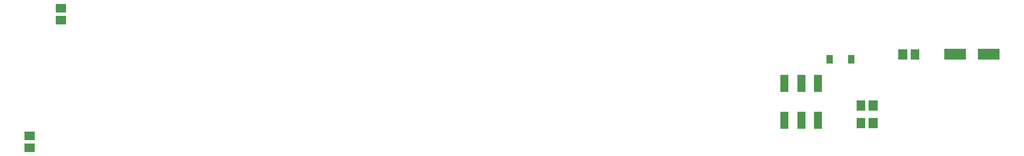
<source format=gbr>
G04 start of page 10 for group -4015 idx -4015 *
G04 Title: (unknown), toppaste *
G04 Creator: pcb 20140316 *
G04 CreationDate: Thu 29 Nov 2018 09:53:53 PM GMT UTC *
G04 For: railfan *
G04 Format: Gerber/RS-274X *
G04 PCB-Dimensions (mil): 6340.00 1470.00 *
G04 PCB-Coordinate-Origin: lower left *
%MOIN*%
%FSLAX25Y25*%
%LNTOPPASTE*%
%ADD103R,0.0360X0.0360*%
%ADD102R,0.0470X0.0470*%
%ADD101R,0.0512X0.0512*%
%ADD100R,0.0630X0.0630*%
G54D100*X568693Y62500D02*X574992D01*
X549008D02*X555307D01*
G54D101*X9607Y7457D02*X10393D01*
X9607Y14543D02*X10393D01*
X28107Y82457D02*X28893D01*
X28107Y89543D02*X28893D01*
X521457Y62893D02*Y62107D01*
X528543Y62893D02*Y62107D01*
X496957Y32893D02*Y32107D01*
X504043Y32893D02*Y32107D01*
Y22393D02*Y21607D01*
X496957Y22393D02*Y21607D01*
G54D102*X452200Y47900D02*Y42750D01*
X462000Y47900D02*Y42750D01*
X471800Y47900D02*Y42750D01*
X452200Y26250D02*Y21100D01*
X462000Y26250D02*Y21100D01*
X471800Y26250D02*Y21100D01*
G54D103*X478500Y60100D02*Y58900D01*
X491400Y60100D02*Y58900D01*
M02*

</source>
